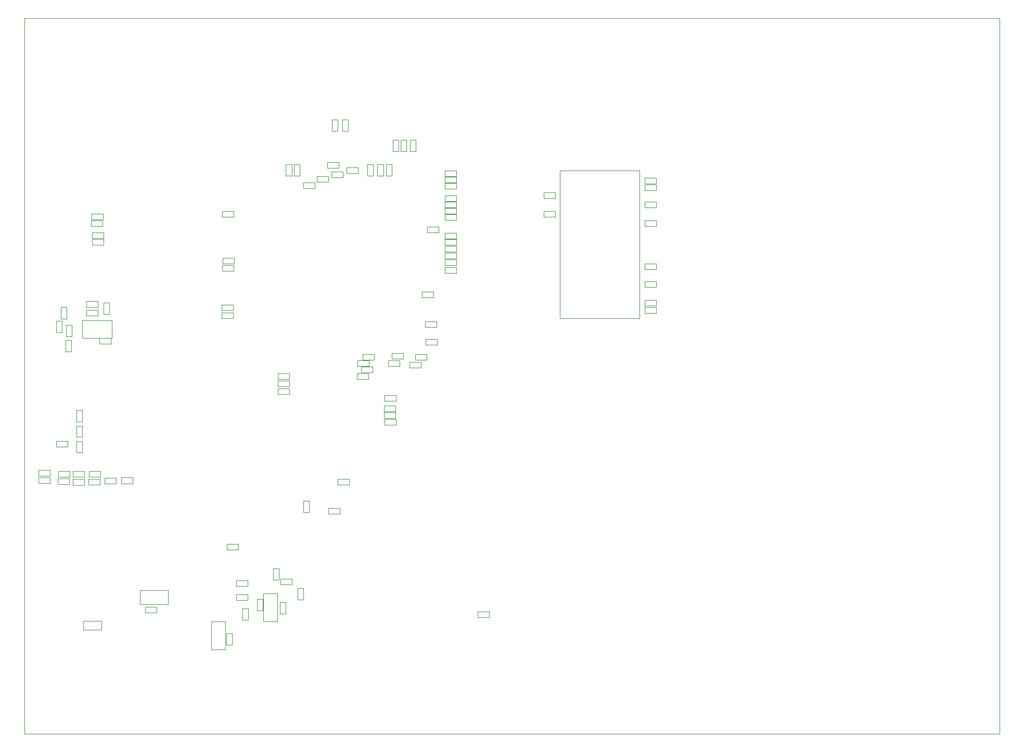
<source format=gbr>
G04 #@! TF.GenerationSoftware,KiCad,Pcbnew,5.1.6-c6e7f7d~87~ubuntu18.04.1*
G04 #@! TF.CreationDate,2020-08-14T22:19:40+05:30*
G04 #@! TF.ProjectId,Aardonyx,41617264-6f6e-4797-982e-6b696361645f,v1.0*
G04 #@! TF.SameCoordinates,Original*
G04 #@! TF.FileFunction,Other,User*
%FSLAX46Y46*%
G04 Gerber Fmt 4.6, Leading zero omitted, Abs format (unit mm)*
G04 Created by KiCad (PCBNEW 5.1.6-c6e7f7d~87~ubuntu18.04.1) date 2020-08-14 22:19:40*
%MOMM*%
%LPD*%
G01*
G04 APERTURE LIST*
G04 #@! TA.AperFunction,Profile*
%ADD10C,0.100000*%
G04 #@! TD*
%ADD11C,0.050000*%
G04 APERTURE END LIST*
D10*
X281706200Y-45680600D02*
X281706200Y-162210600D01*
X123106200Y-45680600D02*
X281706200Y-45680600D01*
X123106200Y-162210600D02*
X123106200Y-45680600D01*
X281706200Y-162210600D02*
X123106200Y-162210600D01*
D11*
X146410000Y-138860000D02*
X141850000Y-138860000D01*
X146410000Y-141100000D02*
X146410000Y-138860000D01*
X141850000Y-141100000D02*
X146410000Y-141100000D01*
X141850000Y-138860000D02*
X141850000Y-141100000D01*
X161948000Y-139325000D02*
X161948000Y-143885000D01*
X164188000Y-139325000D02*
X161948000Y-139325000D01*
X164188000Y-143885000D02*
X164188000Y-139325000D01*
X161948000Y-143885000D02*
X164188000Y-143885000D01*
X155720000Y-148470000D02*
X155720000Y-143910000D01*
X153480000Y-148470000D02*
X155720000Y-148470000D01*
X153480000Y-143910000D02*
X153480000Y-148470000D01*
X155720000Y-143910000D02*
X153480000Y-143910000D01*
X183505200Y-111010600D02*
X181645200Y-111010600D01*
X183505200Y-111950600D02*
X183505200Y-111010600D01*
X181645200Y-111950600D02*
X183505200Y-111950600D01*
X181645200Y-111010600D02*
X181645200Y-111950600D01*
X174242000Y-69191000D02*
X172382000Y-69191000D01*
X174242000Y-70131000D02*
X174242000Y-69191000D01*
X172382000Y-70131000D02*
X174242000Y-70131000D01*
X172382000Y-69191000D02*
X172382000Y-70131000D01*
X182845000Y-71383000D02*
X182845000Y-69523000D01*
X181905000Y-71383000D02*
X182845000Y-71383000D01*
X181905000Y-69523000D02*
X181905000Y-71383000D01*
X182845000Y-69523000D02*
X181905000Y-69523000D01*
X188577000Y-80607000D02*
X190437000Y-80607000D01*
X188577000Y-79667000D02*
X188577000Y-80607000D01*
X190437000Y-79667000D02*
X188577000Y-79667000D01*
X190437000Y-80607000D02*
X190437000Y-79667000D01*
X173139000Y-62216800D02*
X173139000Y-64076800D01*
X174079000Y-62216800D02*
X173139000Y-62216800D01*
X174079000Y-64076800D02*
X174079000Y-62216800D01*
X173139000Y-64076800D02*
X174079000Y-64076800D01*
X188300000Y-95974000D02*
X190160000Y-95974000D01*
X188300000Y-95034000D02*
X188300000Y-95974000D01*
X190160000Y-95034000D02*
X188300000Y-95034000D01*
X190160000Y-95974000D02*
X190160000Y-95034000D01*
X174815400Y-62191400D02*
X174815400Y-64051400D01*
X175755400Y-62191400D02*
X174815400Y-62191400D01*
X175755400Y-64051400D02*
X175755400Y-62191400D01*
X174815400Y-64051400D02*
X175755400Y-64051400D01*
X187782000Y-91151000D02*
X189642000Y-91151000D01*
X187782000Y-90211000D02*
X187782000Y-91151000D01*
X189642000Y-90211000D02*
X187782000Y-90211000D01*
X189642000Y-91151000D02*
X189642000Y-90211000D01*
X166545600Y-71325200D02*
X166545600Y-69465200D01*
X165605600Y-71325200D02*
X166545600Y-71325200D01*
X165605600Y-69465200D02*
X165605600Y-71325200D01*
X166545600Y-69465200D02*
X165605600Y-69465200D01*
X188323000Y-98895000D02*
X190183000Y-98895000D01*
X188323000Y-97955000D02*
X188323000Y-98895000D01*
X190183000Y-97955000D02*
X188323000Y-97955000D01*
X190183000Y-98895000D02*
X190183000Y-97955000D01*
X167826000Y-71333000D02*
X167826000Y-69473000D01*
X166886000Y-71333000D02*
X167826000Y-71333000D01*
X166886000Y-69473000D02*
X166886000Y-71333000D01*
X167826000Y-69473000D02*
X166886000Y-69473000D01*
X157036000Y-93637000D02*
X155176000Y-93637000D01*
X157036000Y-94577000D02*
X157036000Y-93637000D01*
X155176000Y-94577000D02*
X157036000Y-94577000D01*
X155176000Y-93637000D02*
X155176000Y-94577000D01*
X179797000Y-71383000D02*
X179797000Y-69523000D01*
X178857000Y-71383000D02*
X179797000Y-71383000D01*
X178857000Y-69523000D02*
X178857000Y-71383000D01*
X179797000Y-69523000D02*
X178857000Y-69523000D01*
X157140000Y-85890000D02*
X155280000Y-85890000D01*
X157140000Y-86830000D02*
X157140000Y-85890000D01*
X155280000Y-86830000D02*
X157140000Y-86830000D01*
X155280000Y-85890000D02*
X155280000Y-86830000D01*
X181448000Y-71383000D02*
X181448000Y-69523000D01*
X180508000Y-71383000D02*
X181448000Y-71383000D01*
X180508000Y-69523000D02*
X180508000Y-71383000D01*
X181448000Y-69523000D02*
X180508000Y-69523000D01*
X157038400Y-92367000D02*
X155178400Y-92367000D01*
X157038400Y-93307000D02*
X157038400Y-92367000D01*
X155178400Y-93307000D02*
X157038400Y-93307000D01*
X155178400Y-92367000D02*
X155178400Y-93307000D01*
X157140000Y-77127000D02*
X155280000Y-77127000D01*
X157140000Y-78067000D02*
X157140000Y-77127000D01*
X155280000Y-78067000D02*
X157140000Y-78067000D01*
X155280000Y-77127000D02*
X155280000Y-78067000D01*
X157163000Y-84747000D02*
X155303000Y-84747000D01*
X157163000Y-85687000D02*
X157163000Y-84747000D01*
X155303000Y-85687000D02*
X157163000Y-85687000D01*
X155303000Y-84747000D02*
X155303000Y-85687000D01*
X135290200Y-98691800D02*
X137150200Y-98691800D01*
X135290200Y-97751800D02*
X135290200Y-98691800D01*
X137150200Y-97751800D02*
X135290200Y-97751800D01*
X137150200Y-98691800D02*
X137150200Y-97751800D01*
X129806600Y-95689200D02*
X129806600Y-97549200D01*
X130746600Y-95689200D02*
X129806600Y-95689200D01*
X130746600Y-97549200D02*
X130746600Y-95689200D01*
X129806600Y-97549200D02*
X130746600Y-97549200D01*
X168414600Y-124317400D02*
X168414600Y-126177400D01*
X169354600Y-124317400D02*
X168414600Y-124317400D01*
X169354600Y-126177400D02*
X169354600Y-124317400D01*
X168414600Y-126177400D02*
X169354600Y-126177400D01*
X135905600Y-81673600D02*
X134045600Y-81673600D01*
X135905600Y-82613600D02*
X135905600Y-81673600D01*
X134045600Y-82613600D02*
X135905600Y-82613600D01*
X134045600Y-81673600D02*
X134045600Y-82613600D01*
X135905600Y-80556000D02*
X134045600Y-80556000D01*
X135905600Y-81496000D02*
X135905600Y-80556000D01*
X134045600Y-81496000D02*
X135905600Y-81496000D01*
X134045600Y-80556000D02*
X134045600Y-81496000D01*
X135804000Y-78676400D02*
X133944000Y-78676400D01*
X135804000Y-79616400D02*
X135804000Y-78676400D01*
X133944000Y-79616400D02*
X135804000Y-79616400D01*
X133944000Y-78676400D02*
X133944000Y-79616400D01*
X225847000Y-91605000D02*
X223987000Y-91605000D01*
X225847000Y-92545000D02*
X225847000Y-91605000D01*
X223987000Y-92545000D02*
X225847000Y-92545000D01*
X223987000Y-91605000D02*
X223987000Y-92545000D01*
X207604000Y-75019000D02*
X209464000Y-75019000D01*
X207604000Y-74079000D02*
X207604000Y-75019000D01*
X209464000Y-74079000D02*
X207604000Y-74079000D01*
X209464000Y-75019000D02*
X209464000Y-74079000D01*
X225847000Y-92748000D02*
X223987000Y-92748000D01*
X225847000Y-93688000D02*
X225847000Y-92748000D01*
X223987000Y-93688000D02*
X225847000Y-93688000D01*
X223987000Y-92748000D02*
X223987000Y-93688000D01*
X225847000Y-88557000D02*
X223987000Y-88557000D01*
X225847000Y-89497000D02*
X225847000Y-88557000D01*
X223987000Y-89497000D02*
X225847000Y-89497000D01*
X223987000Y-88557000D02*
X223987000Y-89497000D01*
X225847000Y-85636000D02*
X223987000Y-85636000D01*
X225847000Y-86576000D02*
X225847000Y-85636000D01*
X223987000Y-86576000D02*
X225847000Y-86576000D01*
X223987000Y-85636000D02*
X223987000Y-86576000D01*
X225847000Y-78651000D02*
X223987000Y-78651000D01*
X225847000Y-79591000D02*
X225847000Y-78651000D01*
X223987000Y-79591000D02*
X225847000Y-79591000D01*
X223987000Y-78651000D02*
X223987000Y-79591000D01*
X225847000Y-75603000D02*
X223987000Y-75603000D01*
X225847000Y-76543000D02*
X225847000Y-75603000D01*
X223987000Y-76543000D02*
X225847000Y-76543000D01*
X223987000Y-75603000D02*
X223987000Y-76543000D01*
X225847000Y-72809000D02*
X223987000Y-72809000D01*
X225847000Y-73749000D02*
X225847000Y-72809000D01*
X223987000Y-73749000D02*
X225847000Y-73749000D01*
X223987000Y-72809000D02*
X223987000Y-73749000D01*
X225847000Y-71666000D02*
X223987000Y-71666000D01*
X225847000Y-72606000D02*
X225847000Y-71666000D01*
X223987000Y-72606000D02*
X225847000Y-72606000D01*
X223987000Y-71666000D02*
X223987000Y-72606000D01*
X159403000Y-139505600D02*
X157543000Y-139505600D01*
X159403000Y-140445600D02*
X159403000Y-139505600D01*
X157543000Y-140445600D02*
X159403000Y-140445600D01*
X157543000Y-139505600D02*
X157543000Y-140445600D01*
X156044400Y-132270600D02*
X157904400Y-132270600D01*
X156044400Y-131330600D02*
X156044400Y-132270600D01*
X157904400Y-131330600D02*
X156044400Y-131330600D01*
X157904400Y-132270600D02*
X157904400Y-131330600D01*
X164440000Y-137110000D02*
X164440000Y-135250000D01*
X163500000Y-137110000D02*
X164440000Y-137110000D01*
X163500000Y-135250000D02*
X163500000Y-137110000D01*
X164440000Y-135250000D02*
X163500000Y-135250000D01*
X159426000Y-137198000D02*
X157566000Y-137198000D01*
X159426000Y-138138000D02*
X159426000Y-137198000D01*
X157566000Y-138138000D02*
X159426000Y-138138000D01*
X157566000Y-137198000D02*
X157566000Y-138138000D01*
X164701000Y-137955600D02*
X166561000Y-137955600D01*
X164701000Y-137015600D02*
X164701000Y-137955600D01*
X166561000Y-137015600D02*
X164701000Y-137015600D01*
X166561000Y-137955600D02*
X166561000Y-137015600D01*
X160947000Y-140294000D02*
X160947000Y-142154000D01*
X161887000Y-140294000D02*
X160947000Y-140294000D01*
X161887000Y-142154000D02*
X161887000Y-140294000D01*
X160947000Y-142154000D02*
X161887000Y-142154000D01*
X158534000Y-141841000D02*
X158534000Y-143701000D01*
X159474000Y-141841000D02*
X158534000Y-141841000D01*
X159474000Y-143701000D02*
X159474000Y-141841000D01*
X158534000Y-143701000D02*
X159474000Y-143701000D01*
X156848000Y-147742000D02*
X156848000Y-145882000D01*
X155908000Y-147742000D02*
X156848000Y-147742000D01*
X155908000Y-145882000D02*
X155908000Y-147742000D01*
X156848000Y-145882000D02*
X155908000Y-145882000D01*
X207604000Y-78067000D02*
X209464000Y-78067000D01*
X207604000Y-77127000D02*
X207604000Y-78067000D01*
X209464000Y-77127000D02*
X207604000Y-77127000D01*
X209464000Y-78067000D02*
X209464000Y-77127000D01*
X128203600Y-115506600D02*
X130063600Y-115506600D01*
X128203600Y-114566600D02*
X128203600Y-115506600D01*
X130063600Y-114566600D02*
X128203600Y-114566600D01*
X130063600Y-115506600D02*
X130063600Y-114566600D01*
X179007000Y-103543000D02*
X177147000Y-103543000D01*
X179007000Y-104483000D02*
X179007000Y-103543000D01*
X177147000Y-104483000D02*
X179007000Y-104483000D01*
X177147000Y-103543000D02*
X177147000Y-104483000D01*
X179746000Y-102400000D02*
X177886000Y-102400000D01*
X179746000Y-103340000D02*
X179746000Y-102400000D01*
X177886000Y-103340000D02*
X179746000Y-103340000D01*
X177886000Y-102400000D02*
X177886000Y-103340000D01*
X179134000Y-101384000D02*
X177274000Y-101384000D01*
X179134000Y-102324000D02*
X179134000Y-101384000D01*
X177274000Y-102324000D02*
X179134000Y-102324000D01*
X177274000Y-101384000D02*
X177274000Y-102324000D01*
X180000000Y-100368000D02*
X178140000Y-100368000D01*
X180000000Y-101308000D02*
X180000000Y-100368000D01*
X178140000Y-101308000D02*
X180000000Y-101308000D01*
X178140000Y-100368000D02*
X178140000Y-101308000D01*
X184087000Y-101384000D02*
X182227000Y-101384000D01*
X184087000Y-102324000D02*
X184087000Y-101384000D01*
X182227000Y-102324000D02*
X184087000Y-102324000D01*
X182227000Y-101384000D02*
X182227000Y-102324000D01*
X184699000Y-100241000D02*
X182839000Y-100241000D01*
X184699000Y-101181000D02*
X184699000Y-100241000D01*
X182839000Y-101181000D02*
X184699000Y-101181000D01*
X182839000Y-100241000D02*
X182839000Y-101181000D01*
X187620000Y-101638000D02*
X185760000Y-101638000D01*
X187620000Y-102578000D02*
X187620000Y-101638000D01*
X185760000Y-102578000D02*
X187620000Y-102578000D01*
X185760000Y-101638000D02*
X185760000Y-102578000D01*
X188509000Y-100368000D02*
X186649000Y-100368000D01*
X188509000Y-101308000D02*
X188509000Y-100368000D01*
X186649000Y-101308000D02*
X188509000Y-101308000D01*
X186649000Y-100368000D02*
X186649000Y-101308000D01*
X191498000Y-87211000D02*
X193358000Y-87211000D01*
X191498000Y-86271000D02*
X191498000Y-87211000D01*
X193358000Y-86271000D02*
X191498000Y-86271000D01*
X193358000Y-87211000D02*
X193358000Y-86271000D01*
X191475000Y-85966000D02*
X193335000Y-85966000D01*
X191475000Y-85026000D02*
X191475000Y-85966000D01*
X193335000Y-85026000D02*
X191475000Y-85026000D01*
X193335000Y-85966000D02*
X193335000Y-85026000D01*
X191475000Y-84806000D02*
X193335000Y-84806000D01*
X191475000Y-83866000D02*
X191475000Y-84806000D01*
X193335000Y-83866000D02*
X191475000Y-83866000D01*
X193335000Y-84806000D02*
X193335000Y-83866000D01*
X191475000Y-83706000D02*
X193335000Y-83706000D01*
X191475000Y-82766000D02*
X191475000Y-83706000D01*
X193335000Y-82766000D02*
X191475000Y-82766000D01*
X193335000Y-83706000D02*
X193335000Y-82766000D01*
X191475000Y-82639000D02*
X193335000Y-82639000D01*
X191475000Y-81699000D02*
X191475000Y-82639000D01*
X193335000Y-81699000D02*
X191475000Y-81699000D01*
X193335000Y-82639000D02*
X193335000Y-81699000D01*
X191475000Y-81623000D02*
X193335000Y-81623000D01*
X191475000Y-80683000D02*
X191475000Y-81623000D01*
X193335000Y-80683000D02*
X191475000Y-80683000D01*
X193335000Y-81623000D02*
X193335000Y-80683000D01*
X191475000Y-78575000D02*
X193335000Y-78575000D01*
X191475000Y-77635000D02*
X191475000Y-78575000D01*
X193335000Y-77635000D02*
X191475000Y-77635000D01*
X193335000Y-78575000D02*
X193335000Y-77635000D01*
X191475000Y-77559000D02*
X193335000Y-77559000D01*
X191475000Y-76619000D02*
X191475000Y-77559000D01*
X193335000Y-76619000D02*
X191475000Y-76619000D01*
X193335000Y-77559000D02*
X193335000Y-76619000D01*
X191475000Y-76543000D02*
X193335000Y-76543000D01*
X191475000Y-75603000D02*
X191475000Y-76543000D01*
X193335000Y-75603000D02*
X191475000Y-75603000D01*
X193335000Y-76543000D02*
X193335000Y-75603000D01*
X191475000Y-75527000D02*
X193335000Y-75527000D01*
X191475000Y-74587000D02*
X191475000Y-75527000D01*
X193335000Y-74587000D02*
X191475000Y-74587000D01*
X193335000Y-75527000D02*
X193335000Y-74587000D01*
X191475000Y-73495000D02*
X193335000Y-73495000D01*
X191475000Y-72555000D02*
X191475000Y-73495000D01*
X193335000Y-72555000D02*
X191475000Y-72555000D01*
X193335000Y-73495000D02*
X193335000Y-72555000D01*
X191475000Y-72479000D02*
X193335000Y-72479000D01*
X191475000Y-71539000D02*
X191475000Y-72479000D01*
X193335000Y-71539000D02*
X191475000Y-71539000D01*
X193335000Y-72479000D02*
X193335000Y-71539000D01*
X186779000Y-67351000D02*
X186779000Y-65491000D01*
X185839000Y-67351000D02*
X186779000Y-67351000D01*
X185839000Y-65491000D02*
X185839000Y-67351000D01*
X186779000Y-65491000D02*
X185839000Y-65491000D01*
X185255000Y-67374000D02*
X185255000Y-65514000D01*
X184315000Y-67374000D02*
X185255000Y-67374000D01*
X184315000Y-65514000D02*
X184315000Y-67374000D01*
X185255000Y-65514000D02*
X184315000Y-65514000D01*
X183985000Y-67374000D02*
X183985000Y-65514000D01*
X183045000Y-67374000D02*
X183985000Y-67374000D01*
X183045000Y-65514000D02*
X183045000Y-67374000D01*
X183985000Y-65514000D02*
X183045000Y-65514000D01*
X170348000Y-72428000D02*
X168488000Y-72428000D01*
X170348000Y-73368000D02*
X170348000Y-72428000D01*
X168488000Y-73368000D02*
X170348000Y-73368000D01*
X168488000Y-72428000D02*
X168488000Y-73368000D01*
X172484000Y-71412000D02*
X170624000Y-71412000D01*
X172484000Y-72352000D02*
X172484000Y-71412000D01*
X170624000Y-72352000D02*
X172484000Y-72352000D01*
X170624000Y-71412000D02*
X170624000Y-72352000D01*
X175473000Y-70955000D02*
X177333000Y-70955000D01*
X175473000Y-70015000D02*
X175473000Y-70955000D01*
X177333000Y-70015000D02*
X175473000Y-70015000D01*
X177333000Y-70955000D02*
X177333000Y-70015000D01*
X174920000Y-70650000D02*
X173060000Y-70650000D01*
X174920000Y-71590000D02*
X174920000Y-70650000D01*
X173060000Y-71590000D02*
X174920000Y-71590000D01*
X173060000Y-70650000D02*
X173060000Y-71590000D01*
X166157000Y-103543000D02*
X164297000Y-103543000D01*
X166157000Y-104483000D02*
X166157000Y-103543000D01*
X164297000Y-104483000D02*
X166157000Y-104483000D01*
X164297000Y-103543000D02*
X164297000Y-104483000D01*
X166157000Y-104686000D02*
X164297000Y-104686000D01*
X166157000Y-105626000D02*
X166157000Y-104686000D01*
X164297000Y-105626000D02*
X166157000Y-105626000D01*
X164297000Y-104686000D02*
X164297000Y-105626000D01*
X166180000Y-105956000D02*
X164320000Y-105956000D01*
X166180000Y-106896000D02*
X166180000Y-105956000D01*
X164320000Y-106896000D02*
X166180000Y-106896000D01*
X164320000Y-105956000D02*
X164320000Y-106896000D01*
X183454400Y-109893000D02*
X181594400Y-109893000D01*
X183454400Y-110833000D02*
X183454400Y-109893000D01*
X181594400Y-110833000D02*
X183454400Y-110833000D01*
X181594400Y-109893000D02*
X181594400Y-110833000D01*
X183406000Y-108750000D02*
X181546000Y-108750000D01*
X183406000Y-109690000D02*
X183406000Y-108750000D01*
X181546000Y-109690000D02*
X183406000Y-109690000D01*
X181546000Y-108750000D02*
X181546000Y-109690000D01*
X183533000Y-107099000D02*
X181673000Y-107099000D01*
X183533000Y-108039000D02*
X183533000Y-107099000D01*
X181673000Y-108039000D02*
X183533000Y-108039000D01*
X181673000Y-107099000D02*
X181673000Y-108039000D01*
X135902600Y-92059400D02*
X135902600Y-93919400D01*
X136842600Y-92059400D02*
X135902600Y-92059400D01*
X136842600Y-93919400D02*
X136842600Y-92059400D01*
X135902600Y-93919400D02*
X136842600Y-93919400D01*
X128231800Y-95005800D02*
X128231800Y-96865800D01*
X129171800Y-95005800D02*
X128231800Y-95005800D01*
X129171800Y-96865800D02*
X129171800Y-95005800D01*
X128231800Y-96865800D02*
X129171800Y-96865800D01*
X129755800Y-98155400D02*
X129755800Y-100015400D01*
X130695800Y-98155400D02*
X129755800Y-98155400D01*
X130695800Y-100015400D02*
X130695800Y-98155400D01*
X129755800Y-100015400D02*
X130695800Y-100015400D01*
X196832000Y-143218000D02*
X198692000Y-143218000D01*
X196832000Y-142278000D02*
X196832000Y-143218000D01*
X198692000Y-142278000D02*
X196832000Y-142278000D01*
X198692000Y-143218000D02*
X198692000Y-142278000D01*
X135854800Y-77508000D02*
X133994800Y-77508000D01*
X135854800Y-78448000D02*
X135854800Y-77508000D01*
X133994800Y-78448000D02*
X135854800Y-78448000D01*
X133994800Y-77508000D02*
X133994800Y-78448000D01*
X136077600Y-121475600D02*
X137937600Y-121475600D01*
X136077600Y-120535600D02*
X136077600Y-121475600D01*
X137937600Y-120535600D02*
X136077600Y-120535600D01*
X137937600Y-121475600D02*
X137937600Y-120535600D01*
X138795400Y-121450200D02*
X140655400Y-121450200D01*
X138795400Y-120510200D02*
X138795400Y-121450200D01*
X140655400Y-120510200D02*
X138795400Y-120510200D01*
X140655400Y-121450200D02*
X140655400Y-120510200D01*
X133560600Y-120358000D02*
X135420600Y-120358000D01*
X133560600Y-119418000D02*
X133560600Y-120358000D01*
X135420600Y-119418000D02*
X133560600Y-119418000D01*
X135420600Y-120358000D02*
X135420600Y-119418000D01*
X135349200Y-120713400D02*
X133489200Y-120713400D01*
X135349200Y-121653400D02*
X135349200Y-120713400D01*
X133489200Y-121653400D02*
X135349200Y-121653400D01*
X133489200Y-120713400D02*
X133489200Y-121653400D01*
X130972200Y-121704200D02*
X132832200Y-121704200D01*
X130972200Y-120764200D02*
X130972200Y-121704200D01*
X132832200Y-120764200D02*
X130972200Y-120764200D01*
X132832200Y-121704200D02*
X132832200Y-120764200D01*
X132809200Y-119443400D02*
X130949200Y-119443400D01*
X132809200Y-120383400D02*
X132809200Y-119443400D01*
X130949200Y-120383400D02*
X132809200Y-120383400D01*
X130949200Y-119443400D02*
X130949200Y-120383400D01*
X128480600Y-121577200D02*
X130340600Y-121577200D01*
X128480600Y-120637200D02*
X128480600Y-121577200D01*
X130340600Y-120637200D02*
X128480600Y-120637200D01*
X130340600Y-121577200D02*
X130340600Y-120637200D01*
X125333400Y-121374000D02*
X127193400Y-121374000D01*
X125333400Y-120434000D02*
X125333400Y-121374000D01*
X127193400Y-120434000D02*
X125333400Y-120434000D01*
X127193400Y-121374000D02*
X127193400Y-120434000D01*
X127218800Y-119316400D02*
X125358800Y-119316400D01*
X127218800Y-120256400D02*
X127218800Y-119316400D01*
X125358800Y-120256400D02*
X127218800Y-120256400D01*
X125358800Y-119316400D02*
X125358800Y-120256400D01*
X167551000Y-138516000D02*
X167551000Y-140376000D01*
X168491000Y-138516000D02*
X167551000Y-138516000D01*
X168491000Y-140376000D02*
X168491000Y-138516000D01*
X167551000Y-140376000D02*
X168491000Y-140376000D01*
X175859800Y-120713400D02*
X173999800Y-120713400D01*
X175859800Y-121653400D02*
X175859800Y-120713400D01*
X173999800Y-121653400D02*
X175859800Y-121653400D01*
X173999800Y-120713400D02*
X173999800Y-121653400D01*
X174335800Y-125437800D02*
X172475800Y-125437800D01*
X174335800Y-126377800D02*
X174335800Y-125437800D01*
X172475800Y-126377800D02*
X174335800Y-126377800D01*
X172475800Y-125437800D02*
X172475800Y-126377800D01*
X129933800Y-94681400D02*
X129933800Y-92821400D01*
X128993800Y-94681400D02*
X129933800Y-94681400D01*
X128993800Y-92821400D02*
X128993800Y-94681400D01*
X129933800Y-92821400D02*
X128993800Y-92821400D01*
X134965800Y-93179800D02*
X133105800Y-93179800D01*
X134965800Y-94119800D02*
X134965800Y-93179800D01*
X133105800Y-94119800D02*
X134965800Y-94119800D01*
X133105800Y-93179800D02*
X133105800Y-94119800D01*
X134965800Y-91808200D02*
X133105800Y-91808200D01*
X134965800Y-92748200D02*
X134965800Y-91808200D01*
X133105800Y-92748200D02*
X134965800Y-92748200D01*
X133105800Y-91808200D02*
X133105800Y-92748200D01*
X132473800Y-111404400D02*
X132473800Y-109544400D01*
X131533800Y-111404400D02*
X132473800Y-111404400D01*
X131533800Y-109544400D02*
X131533800Y-111404400D01*
X132473800Y-109544400D02*
X131533800Y-109544400D01*
X131533800Y-112049200D02*
X131533800Y-113909200D01*
X132473800Y-112049200D02*
X131533800Y-112049200D01*
X132473800Y-113909200D02*
X132473800Y-112049200D01*
X131533800Y-113909200D02*
X132473800Y-113909200D01*
X132473800Y-116449200D02*
X132473800Y-114589200D01*
X131533800Y-116449200D02*
X132473800Y-116449200D01*
X131533800Y-114589200D02*
X131533800Y-116449200D01*
X132473800Y-114589200D02*
X131533800Y-114589200D01*
X130391400Y-119418000D02*
X128531400Y-119418000D01*
X130391400Y-120358000D02*
X130391400Y-119418000D01*
X128531400Y-120358000D02*
X130391400Y-120358000D01*
X128531400Y-119418000D02*
X128531400Y-120358000D01*
X191475000Y-71463000D02*
X193335000Y-71463000D01*
X191475000Y-70523000D02*
X191475000Y-71463000D01*
X193335000Y-70523000D02*
X191475000Y-70523000D01*
X193335000Y-71463000D02*
X193335000Y-70523000D01*
X223177000Y-70550000D02*
X223177000Y-94550000D01*
X223177000Y-94550000D02*
X210177000Y-94550000D01*
X210177000Y-94550000D02*
X210177000Y-70550000D01*
X210177000Y-70550000D02*
X223177000Y-70550000D01*
X132499400Y-94942200D02*
X137299400Y-94942200D01*
X132499400Y-97742200D02*
X137299400Y-97742200D01*
X132499400Y-97742200D02*
X132499400Y-94942200D01*
X137299400Y-94942200D02*
X137299400Y-97742200D01*
X144552000Y-141542000D02*
X142692000Y-141542000D01*
X144552000Y-142482000D02*
X144552000Y-141542000D01*
X142692000Y-142482000D02*
X144552000Y-142482000D01*
X142692000Y-141542000D02*
X142692000Y-142482000D01*
X165570000Y-142662000D02*
X165570000Y-140802000D01*
X164630000Y-142662000D02*
X165570000Y-142662000D01*
X164630000Y-140802000D02*
X164630000Y-142662000D01*
X165570000Y-140802000D02*
X164630000Y-140802000D01*
X135560000Y-143820000D02*
X132600000Y-143820000D01*
X135560000Y-145280000D02*
X135560000Y-143820000D01*
X132600000Y-145280000D02*
X135560000Y-145280000D01*
X132600000Y-143820000D02*
X132600000Y-145280000D01*
M02*

</source>
